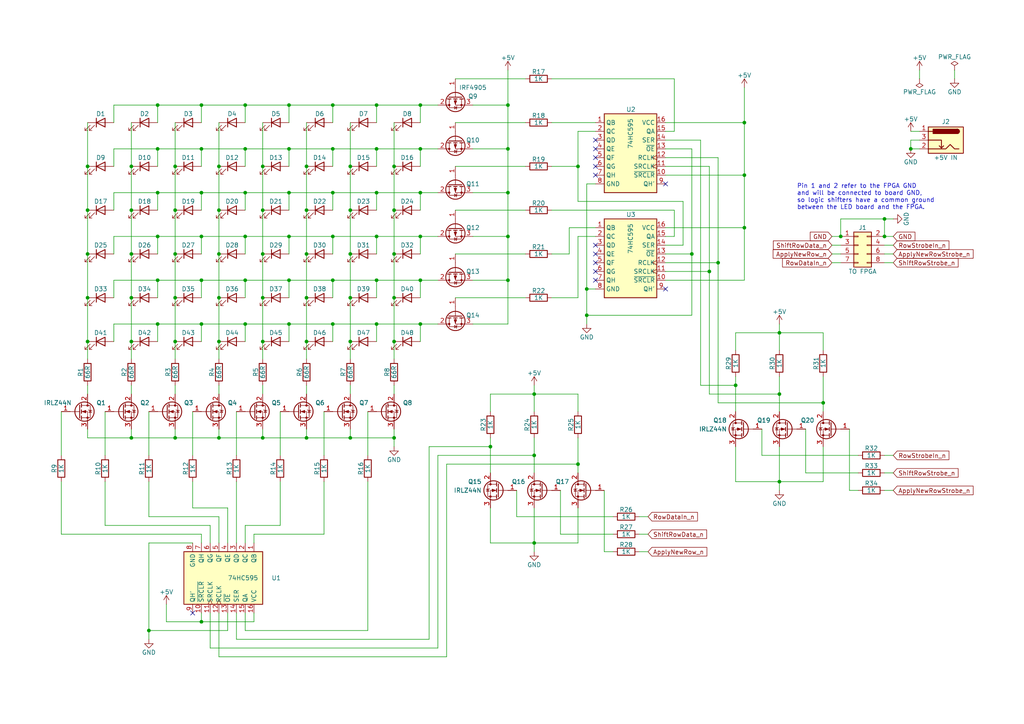
<source format=kicad_sch>
(kicad_sch (version 20231120) (generator "eeschema") (generator_version "8.0")
  (paper "A4")
  (title_block (title "Small LED Board v1"))
  (lib_symbols
    (symbol "74xx:74HC595"
      (property "Reference" "U1" (at -1.27 13.97 90))
      (property "Value" "74HC595" (at 0 2.54 90))
      (symbol "74HC595_1_0"
        (pin tri_state line (at -10.16 10.16 0) (length 2.54) (name "QB") (number "1"))
        (pin input line (at 10.16 -5.08 180) (length 2.54) (name "~{SRCLR}") (number "10"))
        (pin input clock (at 10.16 -2.54 180) (length 2.54) (name "SRCLK") (number "11"))
        (pin input clock (at 10.16 0 180) (length 2.54) (name "RCLK") (number "12"))
        (pin input line (at 10.16 2.54 180) (length 2.54) (name "~{OE}") (number "13"))
        (pin input line (at 10.16 5.08 180) (length 2.54) (name "SER") (number "14"))
        (pin tri_state line (at 10.16 7.62 180) (length 2.54) (name "QA") (number "15"))
        (pin power_in line (at 10.16 10.16 180) (length 2.54) (name "VCC") (number "16"))
        (pin tri_state line (at -10.16 7.62 0) (length 2.54) (name "QC") (number "2"))
        (pin tri_state line (at -10.16 5.08 0) (length 2.54) (name "QD") (number "3"))
        (pin tri_state line (at -10.16 2.54 0) (length 2.54) (name "QE") (number "4"))
        (pin tri_state line (at -10.16 0 0) (length 2.54) (name "QF") (number "5"))
        (pin tri_state line (at -10.16 -2.54 0) (length 2.54) (name "QG") (number "6"))
        (pin tri_state line (at -10.16 -5.08 0) (length 2.54) (name "QH") (number "7"))
        (pin power_in line (at -10.16 -7.62 0) (length 2.54) (name "GND") (number "8"))
        (pin output line (at 10.16 -7.62 180) (length 2.54) (name "QH'") (number "9"))
      )
    )
    (symbol "Connector:Barrel_Jack_Switch" (pin_names hide)
      (property "Reference" "J" (at 0 5.334 0))
      (property "Value" "Barrel_Jack_Switch" (at 0 -5.08 0))
      (symbol "Barrel_Jack_Switch_1_1"
        (pin passive line (at 7.62 2.54 180) (length 2.54) (name "~") (number "1"))
        (pin passive line (at 7.62 -2.54 180) (length 2.54) (name "~") (number "2"))
        (pin passive line (at 7.62 0 180) (length 2.54) (name "~") (number "3"))
      )
    )
    (symbol "Connector_Generic:Conn_02x04_Odd_Even" (pin_names (offset 1.016) hide)
      (property "Reference" "J" (at 1.27 5.08 0))
      (property "Value" "Conn_02x04_Odd_Even" (at 1.27 -7.62 0))
      (symbol "Conn_02x04_Odd_Even_1_1"
        (pin passive line (at -5.08 2.54 0) (length 3.81) (name "Pin_1") (number "1"))
        (pin passive line (at 7.62 2.54 180) (length 3.81) (name "Pin_2") (number "2"))
        (pin passive line (at -5.08 0 0) (length 3.81) (name "Pin_3") (number "3"))
        (pin passive line (at 7.62 0 180) (length 3.81) (name "Pin_4") (number "4"))
        (pin passive line (at -5.08 -2.54 0) (length 3.81) (name "Pin_5") (number "5"))
        (pin passive line (at 7.62 -2.54 180) (length 3.81) (name "Pin_6") (number "6"))
        (pin passive line (at -5.08 -5.08 0) (length 3.81) (name "Pin_7") (number "7"))
        (pin passive line (at 7.62 -5.08 180) (length 3.81) (name "Pin_8") (number "8"))
      )
    )
    (symbol "Device:LED" (pin_numbers hide) (pin_names (offset 1.016) hide)
      (property "Reference" "D" (at 0 2.54 0))
      (property "Value" "LED" (at 0 -2.54 0))
      (symbol "LED_1_1"
        (pin passive line (at -3.81 0 0) (length 2.54) (name "K") (number "1"))
        (pin passive line (at 3.81 0 180) (length 2.54) (name "A") (number "2"))
      )
    )
    (symbol "Device:R" (pin_numbers hide) (pin_names (offset 0))
      (property "Reference" "R" (at 2.032 0 90))
      (property "Value" "R" (at 0 0 90))
      (symbol "R_1_1"
        (pin passive line (at 0 3.81 270) (length 1.27) (name "~") (number "1"))
        (pin passive line (at 0 -3.81 90) (length 1.27) (name "~") (number "2"))
      )
    )
    (symbol "Transistor_FET:IRF4905" (pin_names hide)
      (property "Reference" "Q" (at 5.08 1.905 0))
      (property "Value" "IRF4905" (at 5.08 0 0))
      (symbol "IRF4905_1_1"
        (pin input line (at -5.08 0 0) (length 2.54) (name "G") (number "1"))
        (pin passive line (at 2.54 5.08 270) (length 2.54) (name "D") (number "2"))
        (pin passive line (at 2.54 -5.08 90) (length 2.54) (name "S") (number "3"))
      )
    )
    (symbol "Transistor_FET:IRLZ44N" (pin_names hide)
      (property "Reference" "Q" (at 6.35 1.905 0))
      (property "Value" "IRLZ44N" (at 6.35 0 0))
      (symbol "IRLZ44N_1_1"
        (pin input line (at -5.08 0 0) (length 2.54) (name "G") (number "1"))
        (pin passive line (at 2.54 5.08 270) (length 2.54) (name "D") (number "2"))
        (pin passive line (at 2.54 -5.08 90) (length 2.54) (name "S") (number "3"))
      )
    )
    (symbol "power:+5V" (power) (pin_names (offset 0))
      (property "Value" "+5V" (at 0 3.556 0))
      (symbol "+5V_1_1"
        (pin power_in line (at 0 0 90) (length 0) hide (name "+5V") (number "1"))
      )
    )
    (symbol "power:GND" (power) (pin_names (offset 0))
      (property "Value" "GND" (at 0 -3.81 0))
      (symbol "GND_1_1"
        (pin power_in line (at 0 0 270) (length 0) hide (name "GND") (number "1"))
      )
    )
    (symbol "power:PWR_FLAG" (power) (pin_numbers hide) (pin_names (offset 0) hide)
      (property "Value" "PWR_FLAG" (at 0 3.81 0))
      (symbol "PWR_FLAG_0_0"
        (pin power_out line (at 0 0 90) (length 0) (name "pwr") (number "1"))
      )
    )
  )
  (junction (at 63.5 48.26))
  (junction (at 109.22 55.88))
  (junction (at 58.42 55.88))
  (junction (at 45.72 68.58))
  (junction (at 71.12 43.18))
  (junction (at 226.06 139.7))
  (junction (at 50.8 73.66))
  (junction (at 114.3 99.06))
  (junction (at 38.1 86.36))
  (junction (at 167.64 48.26))
  (junction (at 83.82 93.98))
  (junction (at 45.72 93.98))
  (junction (at 88.9 60.96))
  (junction (at 50.8 60.96))
  (junction (at 38.1 73.66))
  (junction (at 63.5 73.66))
  (junction (at 58.42 81.28))
  (junction (at 76.2 99.06))
  (junction (at 96.52 81.28))
  (junction (at 83.82 43.18))
  (junction (at 50.8 99.06))
  (junction (at 215.9 50.8))
  (junction (at 71.12 55.88))
  (junction (at 63.5 86.36))
  (junction (at 167.64 134.62))
  (junction (at 121.92 55.88))
  (junction (at 226.06 96.52))
  (junction (at 88.9 86.36))
  (junction (at 88.9 127))
  (junction (at 71.12 68.58))
  (junction (at 58.42 30.48))
  (junction (at 38.1 60.96))
  (junction (at 45.72 81.28))
  (junction (at 71.12 30.48))
  (junction (at 96.52 43.18))
  (junction (at 147.32 68.58))
  (junction (at 147.32 43.18))
  (junction (at 109.22 43.18))
  (junction (at 114.3 86.36))
  (junction (at 170.18 91.44))
  (junction (at 154.94 114.3))
  (junction (at 25.4 86.36))
  (junction (at 50.8 48.26))
  (junction (at 109.22 30.48))
  (junction (at 208.28 76.2))
  (junction (at 83.82 55.88))
  (junction (at 109.22 68.58))
  (junction (at 83.82 30.48))
  (junction (at 71.12 81.28))
  (junction (at 109.22 93.98))
  (junction (at 63.5 60.96))
  (junction (at 256.54 68.58))
  (junction (at 88.9 48.26))
  (junction (at 238.76 116.84))
  (junction (at 50.8 127))
  (junction (at 96.52 68.58))
  (junction (at 121.92 43.18))
  (junction (at 96.52 55.88))
  (junction (at 114.3 48.26))
  (junction (at 101.6 73.66))
  (junction (at 226.06 114.3))
  (junction (at 76.2 127))
  (junction (at 63.5 99.06))
  (junction (at 101.6 48.26))
  (junction (at 256.54 63.5))
  (junction (at 38.1 127))
  (junction (at 38.1 48.26))
  (junction (at 58.42 68.58))
  (junction (at 83.82 68.58))
  (junction (at 101.6 60.96))
  (junction (at 50.8 86.36))
  (junction (at 264.16 43.18))
  (junction (at 76.2 86.36))
  (junction (at 142.24 129.54))
  (junction (at 243.84 68.58))
  (junction (at 43.18 182.88))
  (junction (at 25.4 60.96))
  (junction (at 121.92 30.48))
  (junction (at 154.94 157.48))
  (junction (at 147.32 81.28))
  (junction (at 121.92 68.58))
  (junction (at 76.2 60.96))
  (junction (at 101.6 127))
  (junction (at 88.9 73.66))
  (junction (at 114.3 60.96))
  (junction (at 215.9 35.56))
  (junction (at 101.6 86.36))
  (junction (at 101.6 99.06))
  (junction (at 121.92 93.98))
  (junction (at 154.94 132.08))
  (junction (at 71.12 93.98))
  (junction (at 45.72 43.18))
  (junction (at 215.9 66.04))
  (junction (at 96.52 93.98))
  (junction (at 170.18 83.82))
  (junction (at 38.1 99.06))
  (junction (at 45.72 30.48))
  (junction (at 58.42 93.98))
  (junction (at 58.42 43.18))
  (junction (at 63.5 127))
  (junction (at 147.32 55.88))
  (junction (at 109.22 81.28))
  (junction (at 114.3 127))
  (junction (at 25.4 73.66))
  (junction (at 58.42 180.34))
  (junction (at 205.74 78.74))
  (junction (at 114.3 73.66))
  (junction (at 88.9 99.06))
  (junction (at 96.52 30.48))
  (junction (at 25.4 48.26))
  (junction (at 45.72 55.88))
  (junction (at 121.92 81.28))
  (junction (at 213.36 111.76))
  (junction (at 76.2 73.66))
  (junction (at 147.32 30.48))
  (junction (at 25.4 99.06))
  (junction (at 200.66 73.66))
  (junction (at 83.82 81.28))
  (junction (at 76.2 48.26))
  (no_connect (at 193.04 53.34))
  (no_connect (at 172.72 45.72))
  (no_connect (at 172.72 73.66))
  (no_connect (at 172.72 81.28))
  (no_connect (at 172.72 48.26))
  (no_connect (at 172.72 76.2))
  (no_connect (at 193.04 83.82))
  (no_connect (at 172.72 78.74))
  (no_connect (at 172.72 40.64))
  (no_connect (at 172.72 43.18))
  (no_connect (at 172.72 71.12))
  (no_connect (at 172.72 50.8))
  (no_connect (at 55.88 177.8))
  (wire (pts (xy 83.82 55.88) (xy 96.52 55.88)))
  (wire (pts (xy 238.76 96.52) (xy 238.76 101.6)))
  (wire (pts (xy 109.22 86.36) (xy 109.22 81.28)))
  (wire (pts (xy 83.82 30.48) (xy 96.52 30.48)))
  (wire (pts (xy 246.38 124.46) (xy 246.38 142.24)))
  (wire (pts (xy 38.1 73.66) (xy 38.1 86.36)))
  (wire (pts (xy 25.4 48.26) (xy 25.4 60.96)))
  (wire (pts (xy 167.64 157.48) (xy 167.64 147.32)))
  (wire (pts (xy 96.52 81.28) (xy 109.22 81.28)))
  (wire (pts (xy 195.58 22.86) (xy 195.58 38.1)))
  (wire (pts (xy 38.1 35.56) (xy 38.1 48.26)))
  (wire (pts (xy 142.24 114.3) (xy 154.94 114.3)))
  (wire (pts (xy 109.22 55.88) (xy 121.92 55.88)))
  (wire (pts (xy 205.74 78.74) (xy 205.74 114.3)))
  (wire (pts (xy 154.94 132.08) (xy 154.94 137.16)))
  (wire (pts (xy 83.82 86.36) (xy 83.82 81.28)))
  (wire (pts (xy 63.5 35.56) (xy 63.5 48.26)))
  (wire (pts (xy 137.16 81.28) (xy 147.32 81.28)))
  (wire (pts (xy 38.1 48.26) (xy 38.1 60.96)))
  (wire (pts (xy 193.04 45.72) (xy 208.28 45.72)))
  (wire (pts (xy 76.2 99.06) (xy 76.2 104.14)))
  (wire (pts (xy 71.12 68.58) (xy 83.82 68.58)))
  (wire (pts (xy 71.12 60.96) (xy 71.12 55.88)))
  (wire (pts (xy 68.58 177.8) (xy 68.58 185.42)))
  (wire (pts (xy 71.12 81.28) (xy 83.82 81.28)))
  (wire (pts (xy 63.5 48.26) (xy 63.5 60.96)))
  (wire (pts (xy 38.1 127) (xy 38.1 124.46)))
  (wire (pts (xy 121.92 30.48) (xy 127 30.48)))
  (wire (pts (xy 160.02 22.86) (xy 195.58 22.86)))
  (wire (pts (xy 63.5 190.5) (xy 129.54 190.5)))
  (wire (pts (xy 109.22 35.56) (xy 109.22 30.48)))
  (wire (pts (xy 83.82 48.26) (xy 83.82 43.18)))
  (wire (pts (xy 45.72 86.36) (xy 45.72 81.28)))
  (wire (pts (xy 43.18 149.86) (xy 63.5 149.86)))
  (wire (pts (xy 43.18 119.38) (xy 43.18 132.08)))
  (wire (pts (xy 60.96 152.4) (xy 30.48 152.4)))
  (wire (pts (xy 66.04 177.8) (xy 66.04 182.88)))
  (wire (pts (xy 142.24 119.38) (xy 142.24 114.3)))
  (wire (pts (xy 76.2 73.66) (xy 76.2 86.36)))
  (wire (pts (xy 45.72 68.58) (xy 58.42 68.58)))
  (wire (pts (xy 109.22 68.58) (xy 121.92 68.58)))
  (wire (pts (xy 68.58 119.38) (xy 68.58 132.08)))
  (wire (pts (xy 172.72 53.34) (xy 170.18 53.34)))
  (wire (pts (xy 83.82 35.56) (xy 83.82 30.48)))
  (wire (pts (xy 50.8 86.36) (xy 50.8 99.06)))
  (wire (pts (xy 88.9 127) (xy 88.9 124.46)))
  (wire (pts (xy 83.82 99.06) (xy 83.82 93.98)))
  (wire (pts (xy 30.48 119.38) (xy 30.48 132.08)))
  (wire (pts (xy 121.92 55.88) (xy 127 55.88)))
  (wire (pts (xy 25.4 127) (xy 38.1 127)))
  (wire (pts (xy 109.22 81.28) (xy 121.92 81.28)))
  (wire (pts (xy 121.92 93.98) (xy 127 93.98)))
  (wire (pts (xy 154.94 111.76) (xy 154.94 114.3)))
  (wire (pts (xy 193.04 43.18) (xy 200.66 43.18)))
  (wire (pts (xy 50.8 60.96) (xy 50.8 73.66)))
  (wire (pts (xy 58.42 73.66) (xy 58.42 68.58)))
  (wire (pts (xy 198.12 58.42) (xy 167.64 58.42)))
  (wire (pts (xy 33.02 60.96) (xy 33.02 55.88)))
  (wire (pts (xy 165.1 66.04) (xy 165.1 73.66)))
  (wire (pts (xy 73.66 154.94) (xy 93.98 154.94)))
  (wire (pts (xy 81.28 139.7) (xy 81.28 152.4)))
  (wire (pts (xy 162.56 154.94) (xy 177.8 154.94)))
  (wire (pts (xy 167.64 127) (xy 167.64 134.62)))
  (wire (pts (xy 50.8 111.76) (xy 50.8 114.3)))
  (wire (pts (xy 170.18 83.82) (xy 172.72 83.82)))
  (wire (pts (xy 208.28 116.84) (xy 238.76 116.84)))
  (wire (pts (xy 147.32 93.98) (xy 147.32 81.28)))
  (wire (pts (xy 147.32 68.58) (xy 147.32 55.88)))
  (wire (pts (xy 25.4 73.66) (xy 25.4 86.36)))
  (wire (pts (xy 124.46 129.54) (xy 142.24 129.54)))
  (wire (pts (xy 50.8 48.26) (xy 50.8 60.96)))
  (wire (pts (xy 193.04 78.74) (xy 205.74 78.74)))
  (wire (pts (xy 96.52 68.58) (xy 109.22 68.58)))
  (wire (pts (xy 226.06 139.7) (xy 238.76 139.7)))
  (wire (pts (xy 154.94 157.48) (xy 167.64 157.48)))
  (wire (pts (xy 71.12 99.06) (xy 71.12 93.98)))
  (wire (pts (xy 193.04 48.26) (xy 205.74 48.26)))
  (wire (pts (xy 43.18 182.88) (xy 43.18 185.42)))
  (wire (pts (xy 50.8 99.06) (xy 50.8 104.14)))
  (wire (pts (xy 276.86 22.86) (xy 276.86 20.32)))
  (wire (pts (xy 200.66 73.66) (xy 200.66 91.44)))
  (wire (pts (xy 101.6 35.56) (xy 101.6 48.26)))
  (wire (pts (xy 76.2 60.96) (xy 76.2 73.66)))
  (wire (pts (xy 160.02 35.56) (xy 172.72 35.56)))
  (wire (pts (xy 71.12 152.4) (xy 81.28 152.4)))
  (wire (pts (xy 121.92 60.96) (xy 121.92 55.88)))
  (wire (pts (xy 83.82 60.96) (xy 83.82 55.88)))
  (wire (pts (xy 48.26 175.26) (xy 48.26 180.34)))
  (wire (pts (xy 203.2 111.76) (xy 213.36 111.76)))
  (wire (pts (xy 48.26 180.34) (xy 58.42 180.34)))
  (wire (pts (xy 137.16 30.48) (xy 147.32 30.48)))
  (wire (pts (xy 213.36 96.52) (xy 226.06 96.52)))
  (wire (pts (xy 101.6 111.76) (xy 101.6 114.3)))
  (wire (pts (xy 17.78 154.94) (xy 58.42 154.94)))
  (wire (pts (xy 96.52 30.48) (xy 109.22 30.48)))
  (wire (pts (xy 58.42 68.58) (xy 71.12 68.58)))
  (wire (pts (xy 83.82 43.18) (xy 96.52 43.18)))
  (wire (pts (xy 167.64 114.3) (xy 167.64 119.38)))
  (wire (pts (xy 137.16 68.58) (xy 147.32 68.58)))
  (wire (pts (xy 63.5 60.96) (xy 63.5 73.66)))
  (wire (pts (xy 121.92 99.06) (xy 121.92 93.98)))
  (wire (pts (xy 193.04 71.12) (xy 198.12 71.12)))
  (wire (pts (xy 193.04 76.2) (xy 208.28 76.2)))
  (wire (pts (xy 45.72 55.88) (xy 58.42 55.88)))
  (wire (pts (xy 101.6 99.06) (xy 101.6 104.14)))
  (wire (pts (xy 71.12 55.88) (xy 83.82 55.88)))
  (wire (pts (xy 193.04 73.66) (xy 200.66 73.66)))
  (wire (pts (xy 101.6 127) (xy 114.3 127)))
  (wire (pts (xy 45.72 48.26) (xy 45.72 43.18)))
  (wire (pts (xy 33.02 30.48) (xy 45.72 30.48)))
  (wire (pts (xy 43.18 182.88) (xy 66.04 182.88)))
  (wire (pts (xy 76.2 127) (xy 76.2 124.46)))
  (wire (pts (xy 76.2 127) (xy 88.9 127)))
  (wire (pts (xy 114.3 73.66) (xy 114.3 86.36)))
  (wire (pts (xy 43.18 139.7) (xy 43.18 149.86)))
  (wire (pts (xy 172.72 66.04) (xy 165.1 66.04)))
  (wire (pts (xy 167.64 134.62) (xy 167.64 137.16)))
  (wire (pts (xy 71.12 43.18) (xy 83.82 43.18)))
  (wire (pts (xy 25.4 99.06) (xy 25.4 104.14)))
  (wire (pts (xy 114.3 127) (xy 114.3 129.54)))
  (wire (pts (xy 106.68 182.88) (xy 71.12 182.88)))
  (wire (pts (xy 50.8 127) (xy 50.8 124.46)))
  (wire (pts (xy 88.9 48.26) (xy 88.9 60.96)))
  (wire (pts (xy 88.9 111.76) (xy 88.9 114.3)))
  (wire (pts (xy 96.52 86.36) (xy 96.52 81.28)))
  (wire (pts (xy 213.36 139.7) (xy 213.36 129.54)))
  (wire (pts (xy 71.12 48.26) (xy 71.12 43.18)))
  (wire (pts (xy 96.52 35.56) (xy 96.52 30.48)))
  (wire (pts (xy 73.66 157.48) (xy 73.66 154.94)))
  (wire (pts (xy 208.28 76.2) (xy 208.28 116.84)))
  (wire (pts (xy 129.54 134.62) (xy 167.64 134.62)))
  (wire (pts (xy 63.5 127) (xy 76.2 127)))
  (wire (pts (xy 266.7 40.64) (xy 264.16 40.64)))
  (wire (pts (xy 63.5 86.36) (xy 63.5 99.06)))
  (wire (pts (xy 66.04 147.32) (xy 55.88 147.32)))
  (wire (pts (xy 68.58 139.7) (xy 68.58 157.48)))
  (wire (pts (xy 238.76 116.84) (xy 238.76 119.38)))
  (wire (pts (xy 147.32 55.88) (xy 147.32 43.18)))
  (wire (pts (xy 96.52 99.06) (xy 96.52 93.98)))
  (wire (pts (xy 266.7 38.1) (xy 264.16 38.1)))
  (wire (pts (xy 50.8 73.66) (xy 50.8 86.36)))
  (wire (pts (xy 154.94 114.3) (xy 154.94 119.38)))
  (wire (pts (xy 60.96 187.96) (xy 127 187.96)))
  (wire (pts (xy 167.64 68.58) (xy 167.64 86.36)))
  (wire (pts (xy 154.94 147.32) (xy 154.94 157.48)))
  (wire (pts (xy 17.78 139.7) (xy 17.78 154.94)))
  (wire (pts (xy 226.06 129.54) (xy 226.06 139.7)))
  (wire (pts (xy 58.42 93.98) (xy 71.12 93.98)))
  (wire (pts (xy 132.08 35.56) (xy 152.4 35.56)))
  (wire (pts (xy 43.18 157.48) (xy 43.18 182.88)))
  (wire (pts (xy 162.56 142.24) (xy 162.56 154.94)))
  (wire (pts (xy 101.6 73.66) (xy 101.6 86.36)))
  (wire (pts (xy 63.5 149.86) (xy 63.5 157.48)))
  (wire (pts (xy 88.9 73.66) (xy 88.9 86.36)))
  (wire (pts (xy 76.2 86.36) (xy 76.2 99.06)))
  (wire (pts (xy 215.9 81.28) (xy 215.9 66.04)))
  (wire (pts (xy 142.24 129.54) (xy 142.24 137.16)))
  (wire (pts (xy 264.16 40.64) (xy 264.16 43.18)))
  (wire (pts (xy 172.72 38.1) (xy 167.64 38.1)))
  (wire (pts (xy 121.92 35.56) (xy 121.92 30.48)))
  (wire (pts (xy 215.9 50.8) (xy 215.9 66.04)))
  (wire (pts (xy 71.12 86.36) (xy 71.12 81.28)))
  (wire (pts (xy 68.58 185.42) (xy 124.46 185.42)))
  (wire (pts (xy 33.02 73.66) (xy 33.02 68.58)))
  (wire (pts (xy 114.3 99.06) (xy 114.3 104.14)))
  (wire (pts (xy 106.68 119.38) (xy 106.68 132.08)))
  (wire (pts (xy 154.94 157.48) (xy 142.24 157.48)))
  (wire (pts (xy 147.32 81.28) (xy 147.32 68.58)))
  (wire (pts (xy 170.18 53.34) (xy 170.18 83.82)))
  (wire (pts (xy 76.2 111.76) (xy 76.2 114.3)))
  (wire (pts (xy 58.42 35.56) (xy 58.42 30.48)))
  (wire (pts (xy 71.12 93.98) (xy 83.82 93.98)))
  (wire (pts (xy 101.6 86.36) (xy 101.6 99.06)))
  (wire (pts (xy 154.94 127) (xy 154.94 132.08)))
  (wire (pts (xy 38.1 60.96) (xy 38.1 73.66)))
  (wire (pts (xy 58.42 81.28) (xy 71.12 81.28)))
  (wire (pts (xy 226.06 96.52) (xy 238.76 96.52)))
  (wire (pts (xy 33.02 48.26) (xy 33.02 43.18)))
  (wire (pts (xy 71.12 35.56) (xy 71.12 30.48)))
  (wire (pts (xy 33.02 43.18) (xy 45.72 43.18)))
  (wire (pts (xy 238.76 109.22) (xy 238.76 116.84)))
  (wire (pts (xy 33.02 99.06) (xy 33.02 93.98)))
  (wire (pts (xy 226.06 139.7) (xy 226.06 142.24)))
  (wire (pts (xy 256.54 132.08) (xy 259.08 132.08)))
  (wire (pts (xy 33.02 68.58) (xy 45.72 68.58)))
  (wire (pts (xy 198.12 58.42) (xy 198.12 71.12)))
  (wire (pts (xy 38.1 99.06) (xy 38.1 104.14)))
  (wire (pts (xy 58.42 180.34) (xy 73.66 180.34)))
  (wire (pts (xy 43.18 157.48) (xy 55.88 157.48)))
  (wire (pts (xy 226.06 139.7) (xy 213.36 139.7)))
  (wire (pts (xy 63.5 111.76) (xy 63.5 114.3)))
  (wire (pts (xy 256.54 76.2) (xy 259.08 76.2)))
  (wire (pts (xy 241.3 68.58) (xy 243.84 68.58)))
  (wire (pts (xy 96.52 48.26) (xy 96.52 43.18)))
  (wire (pts (xy 193.04 81.28) (xy 215.9 81.28)))
  (wire (pts (xy 266.7 22.86) (xy 266.7 20.32)))
  (wire (pts (xy 193.04 50.8) (xy 215.9 50.8)))
  (wire (pts (xy 55.88 119.38) (xy 55.88 132.08)))
  (wire (pts (xy 215.9 25.4) (xy 215.9 35.56)))
  (wire (pts (xy 63.5 73.66) (xy 63.5 86.36)))
  (wire (pts (xy 121.92 73.66) (xy 121.92 68.58)))
  (wire (pts (xy 50.8 127) (xy 63.5 127)))
  (wire (pts (xy 147.32 43.18) (xy 147.32 30.48)))
  (wire (pts (xy 226.06 109.22) (xy 226.06 114.3)))
  (wire (pts (xy 45.72 93.98) (xy 58.42 93.98)))
  (wire (pts (xy 246.38 142.24) (xy 248.92 142.24)))
  (wire (pts (xy 106.68 139.7) (xy 106.68 182.88)))
  (wire (pts (xy 114.3 48.26) (xy 114.3 60.96)))
  (wire (pts (xy 215.9 35.56) (xy 215.9 50.8)))
  (wire (pts (xy 256.54 68.58) (xy 259.08 68.58)))
  (wire (pts (xy 200.66 91.44) (xy 170.18 91.44)))
  (wire (pts (xy 96.52 43.18) (xy 109.22 43.18)))
  (wire (pts (xy 142.24 157.48) (xy 142.24 147.32)))
  (wire (pts (xy 60.96 157.48) (xy 60.96 152.4)))
  (wire (pts (xy 193.04 35.56) (xy 215.9 35.56)))
  (wire (pts (xy 30.48 139.7) (xy 30.48 152.4)))
  (wire (pts (xy 256.54 63.5) (xy 256.54 68.58)))
  (wire (pts (xy 208.28 45.72) (xy 208.28 76.2)))
  (wire (pts (xy 58.42 30.48) (xy 71.12 30.48)))
  (wire (pts (xy 38.1 127) (xy 50.8 127)))
  (wire (pts (xy 233.68 124.46) (xy 233.68 137.16)))
  (wire (pts (xy 25.4 35.56) (xy 25.4 48.26)))
  (wire (pts (xy 154.94 157.48) (xy 154.94 160.02)))
  (wire (pts (xy 114.3 111.76) (xy 114.3 114.3)))
  (wire (pts (xy 127 132.08) (xy 154.94 132.08)))
  (wire (pts (xy 243.84 63.5) (xy 243.84 68.58)))
  (wire (pts (xy 241.3 73.66) (xy 243.84 73.66)))
  (wire (pts (xy 25.4 127) (xy 25.4 124.46)))
  (wire (pts (xy 38.1 86.36) (xy 38.1 99.06)))
  (wire (pts (xy 55.88 139.7) (xy 55.88 147.32)))
  (wire (pts (xy 71.12 157.48) (xy 71.12 152.4)))
  (wire (pts (xy 241.3 71.12) (xy 243.84 71.12)))
  (wire (pts (xy 25.4 60.96) (xy 25.4 73.66)))
  (wire (pts (xy 96.52 60.96) (xy 96.52 55.88)))
  (wire (pts (xy 109.22 73.66) (xy 109.22 68.58)))
  (wire (pts (xy 109.22 99.06) (xy 109.22 93.98)))
  (wire (pts (xy 76.2 48.26) (xy 76.2 60.96)))
  (wire (pts (xy 58.42 55.88) (xy 71.12 55.88)))
  (wire (pts (xy 132.08 22.86) (xy 152.4 22.86)))
  (wire (pts (xy 83.82 68.58) (xy 96.52 68.58)))
  (wire (pts (xy 142.24 127) (xy 142.24 129.54)))
  (wire (pts (xy 256.54 71.12) (xy 259.08 71.12)))
  (wire (pts (xy 33.02 86.36) (xy 33.02 81.28)))
  (wire (pts (xy 238.76 139.7) (xy 238.76 129.54)))
  (wire (pts (xy 96.52 73.66) (xy 96.52 68.58)))
  (wire (pts (xy 256.54 137.16) (xy 259.08 137.16)))
  (wire (pts (xy 195.58 68.58) (xy 195.58 60.96)))
  (wire (pts (xy 200.66 73.66) (xy 200.66 43.18)))
  (wire (pts (xy 121.92 43.18) (xy 121.92 48.26)))
  (wire (pts (xy 58.42 177.8) (xy 58.42 180.34)))
  (wire (pts (xy 45.72 35.56) (xy 45.72 30.48)))
  (wire (pts (xy 63.5 99.06) (xy 63.5 104.14)))
  (wire (pts (xy 220.98 132.08) (xy 248.92 132.08)))
  (wire (pts (xy 172.72 68.58) (xy 167.64 68.58)))
  (wire (pts (xy 60.96 177.8) (xy 60.96 187.96)))
  (wire (pts (xy 121.92 43.18) (xy 127 43.18)))
  (wire (pts (xy 127 187.96) (xy 127 132.08)))
  (wire (pts (xy 63.5 127) (xy 63.5 124.46)))
  (wire (pts (xy 114.3 86.36) (xy 114.3 99.06)))
  (wire (pts (xy 132.08 86.36) (xy 152.4 86.36)))
  (wire (pts (xy 215.9 66.04) (xy 193.04 66.04)))
  (wire (pts (xy 109.22 60.96) (xy 109.22 55.88)))
  (wire (pts (xy 154.94 114.3) (xy 167.64 114.3)))
  (wire (pts (xy 58.42 60.96) (xy 58.42 55.88)))
  (wire (pts (xy 33.02 55.88) (xy 45.72 55.88)))
  (wire (pts (xy 81.28 119.38) (xy 81.28 132.08)))
  (wire (pts (xy 185.42 160.02) (xy 187.96 160.02)))
  (wire (pts (xy 193.04 40.64) (xy 203.2 40.64)))
  (wire (pts (xy 58.42 86.36) (xy 58.42 81.28)))
  (wire (pts (xy 137.16 55.88) (xy 147.32 55.88)))
  (wire (pts (xy 96.52 55.88) (xy 109.22 55.88)))
  (wire (pts (xy 45.72 60.96) (xy 45.72 55.88)))
  (wire (pts (xy 45.72 73.66) (xy 45.72 68.58)))
  (wire (pts (xy 205.74 114.3) (xy 226.06 114.3)))
  (wire (pts (xy 109.22 30.48) (xy 121.92 30.48)))
  (wire (pts (xy 96.52 93.98) (xy 109.22 93.98)))
  (wire (pts (xy 25.4 86.36) (xy 25.4 99.06)))
  (wire (pts (xy 167.64 86.36) (xy 160.02 86.36)))
  (wire (pts (xy 137.16 43.18) (xy 147.32 43.18)))
  (wire (pts (xy 121.92 81.28) (xy 127 81.28)))
  (wire (pts (xy 93.98 119.38) (xy 93.98 132.08)))
  (wire (pts (xy 132.08 48.26) (xy 152.4 48.26)))
  (wire (pts (xy 175.26 142.24) (xy 175.26 160.02)))
  (wire (pts (xy 233.68 137.16) (xy 248.92 137.16)))
  (wire (pts (xy 167.64 38.1) (xy 167.64 48.26)))
  (wire (pts (xy 266.7 43.18) (xy 264.16 43.18)))
  (wire (pts (xy 114.3 124.46) (xy 114.3 127)))
  (wire (pts (xy 17.78 119.38) (xy 17.78 132.08)))
  (wire (pts (xy 137.16 93.98) (xy 147.32 93.98)))
  (wire (pts (xy 121.92 68.58) (xy 127 68.58)))
  (wire (pts (xy 226.06 96.52) (xy 226.06 101.6)))
  (wire (pts (xy 129.54 190.5) (xy 129.54 134.62)))
  (wire (pts (xy 193.04 68.58) (xy 195.58 68.58)))
  (wire (pts (xy 203.2 40.64) (xy 203.2 111.76)))
  (wire (pts (xy 71.12 30.48) (xy 83.82 30.48)))
  (wire (pts (xy 45.72 99.06) (xy 45.72 93.98)))
  (wire (pts (xy 226.06 114.3) (xy 226.06 119.38)))
  (wire (pts (xy 50.8 35.56) (xy 50.8 48.26)))
  (wire (pts (xy 213.36 111.76) (xy 213.36 119.38)))
  (wire (pts (xy 58.42 48.26) (xy 58.42 43.18)))
  (wire (pts (xy 149.86 149.86) (xy 177.8 149.86)))
  (wire (pts (xy 83.82 73.66) (xy 83.82 68.58)))
  (wire (pts (xy 213.36 109.22) (xy 213.36 111.76)))
  (wire (pts (xy 195.58 38.1) (xy 193.04 38.1)))
  (wire (pts (xy 58.42 99.06) (xy 58.42 93.98)))
  (wire (pts (xy 132.08 73.66) (xy 152.4 73.66)))
  (wire (pts (xy 259.08 63.5) (xy 256.54 63.5)))
  (wire (pts (xy 160.02 73.66) (xy 165.1 73.66)))
  (wire (pts (xy 256.54 142.24) (xy 259.08 142.24)))
  (wire (pts (xy 38.1 111.76) (xy 38.1 114.3)))
  (wire (pts (xy 205.74 48.26) (xy 205.74 78.74)))
  (wire (pts (xy 149.86 142.24) (xy 149.86 149.86)))
  (wire (pts (xy 167.64 58.42) (xy 167.64 48.26)))
  (wire (pts (xy 160.02 60.96) (xy 195.58 60.96)))
  (wire (pts (xy 71.12 182.88) (xy 71.12 177.8)))
  (wire (pts (xy 114.3 35.56) (xy 114.3 48.26)))
  (wire (pts (xy 88.9 86.36) (xy 88.9 99.06)))
  (wire (pts (xy 76.2 35.56) (xy 76.2 48.26)))
  (wire (pts (xy 109.22 48.26) (xy 109.22 43.18)))
  (wire (pts (xy 33.02 81.28) (xy 45.72 81.28)))
  (wire (pts (xy 45.72 43.18) (xy 58.42 43.18)))
  (wire (pts (xy 114.3 60.96) (xy 114.3 73.66)))
  (wire (pts (xy 88.9 35.56) (xy 88.9 48.26)))
  (wire (pts (xy 160.02 48.26) (xy 167.64 48.26)))
  (wire (pts (xy 185.42 149.86) (xy 187.96 149.86)))
  (wire (pts (xy 33.02 93.98) (xy 45.72 93.98)))
  (wire (pts (xy 93.98 139.7) (xy 93.98 154.94)))
  (wire (pts (xy 58.42 43.18) (xy 71.12 43.18)))
  (wire (pts (xy 33.02 35.56) (xy 33.02 30.48)))
  (wire (pts (xy 66.04 157.48) (xy 66.04 147.32)))
  (wire (pts (xy 121.92 86.36) (xy 121.92 81.28)))
  (wire (pts (xy 88.9 127) (xy 101.6 127)))
  (wire (pts (xy 101.6 127) (xy 101.6 124.46)))
  (wire (pts (xy 109.22 43.18) (xy 121.92 43.18)))
  (wire (pts (xy 185.42 154.94) (xy 187.96 154.94)))
  (wire (pts (xy 170.18 83.82) (xy 170.18 91.44)))
  (wire (pts (xy 147.32 30.48) (xy 147.32 20.32)))
  (wire (pts (xy 213.36 101.6) (xy 213.36 96.52)))
  (wire (pts (xy 88.9 60.96) (xy 88.9 73.66)))
  (wire (pts (xy 88.9 99.06) (xy 88.9 104.14)))
  (wire (pts (xy 256.54 73.66) (xy 259.08 73.66)))
  (wire (pts (xy 220.98 124.46) (xy 220.98 132.08)))
  (wire (pts (xy 58.42 154.94) (xy 58.42 157.48)))
  (wire (pts (xy 175.26 160.02) (xy 177.8 160.02)))
  (wire (pts (xy 83.82 93.98) (xy 96.52 93.98)))
  (wire (pts (xy 45.72 30.48) (xy 58.42 30.48)))
  (wire (pts (xy 256.54 63.5) (xy 243.84 63.5)))
  (wire (pts (xy 241.3 76.2) (xy 243.84 76.2)))
  (wire (pts (xy 83.82 81.28) (xy 96.52 81.28)))
  (wire (pts (xy 109.22 93.98) (xy 121.92 93.98)))
  (wire (pts (xy 101.6 60.96) (xy 101.6 73.66)))
  (wire (pts (xy 132.08 60.96) (xy 152.4 60.96)))
  (wire (pts (xy 71.12 73.66) (xy 71.12 68.58)))
  (wire (pts (xy 73.66 177.8) (xy 73.66 180.34)))
  (wire (pts (xy 45.72 81.28) (xy 58.42 81.28)))
  (wire (pts (xy 226.06 93.98) (xy 226.06 96.52)))
  (wire (pts (xy 170.18 91.44) (xy 170.18 93.98)))
  (wire (pts (xy 124.46 185.42) (xy 124.46 129.54)))
  (wire (pts (xy 25.4 111.76) (xy 25.4 114.3)))
  (wire (pts (xy 63.5 177.8) (xy 63.5 190.5)))
  (wire (pts (xy 101.6 48.26) (xy 101.6 60.96)))
  (text "Pin 1 and 2 refer to the FPGA GND\nand will be connected to board GND,\nso logic shifters have a common ground\nbetween the LED board and the FPGA." (at 231.14 60.96 0) (effects (font (size 1.27 1.27)) (justify left bottom)))
  (global_label "ApplyNewRowStrobe_n" (shape input) (at 259.08 73.66 0) (property "Intersheetrefs" "${INTERSHEET_REFS}" (effects (hide yes))))
  (global_label "ApplyNewRowStrobe_n" (shape input) (at 259.08 142.24 0) (property "Intersheetrefs" "${INTERSHEET_REFS}" (effects (hide yes))))
  (global_label "ShiftRowData_n" (shape input) (at 187.96 154.94 0) (property "Intersheetrefs" "${INTERSHEET_REFS}" (effects (hide yes))))
  (global_label "GND" (shape input) (at 241.3 68.58 180) (property "Intersheetrefs" "${INTERSHEET_REFS}" (effects (hide yes))))
  (global_label "RowDataIn_n" (shape input) (at 187.96 149.86 0) (property "Intersheetrefs" "${INTERSHEET_REFS}" (effects (hide yes))))
  (global_label "GND" (shape input) (at 259.08 68.58 0) (property "Intersheetrefs" "${INTERSHEET_REFS}" (effects (hide yes))))
  (global_label "RowDataIn_n" (shape input) (at 241.3 76.2 180) (property "Intersheetrefs" "${INTERSHEET_REFS}" (effects (hide yes))))
  (global_label "ShiftRowStrobe_n" (shape input) (at 259.08 76.2 0) (property "Intersheetrefs" "${INTERSHEET_REFS}" (effects (hide yes))))
  (global_label "ShiftRowStrobe_n" (shape input) (at 259.08 137.16 0) (property "Intersheetrefs" "${INTERSHEET_REFS}" (effects (hide yes))))
  (global_label "RowStrobeIn_n" (shape input) (at 259.08 132.08 0) (property "Intersheetrefs" "${INTERSHEET_REFS}" (effects (hide yes))))
  (global_label "RowStrobeIn_n" (shape input) (at 259.08 71.12 0) (property "Intersheetrefs" "${INTERSHEET_REFS}" (effects (hide yes))))
  (global_label "ShiftRowData_n" (shape input) (at 241.3 71.12 180) (property "Intersheetrefs" "${INTERSHEET_REFS}" (effects (hide yes))))
  (global_label "ApplyNewRow_n" (shape input) (at 241.3 73.66 180) (property "Intersheetrefs" "${INTERSHEET_REFS}" (effects (hide yes))))
  (global_label "ApplyNewRow_n" (shape input) (at 187.96 160.02 0) (property "Intersheetrefs" "${INTERSHEET_REFS}" (effects (hide yes))))
  (symbol (lib_id "Device:R") (at 213.36 105.41 180) (unit 1)
    (property "Reference" "R29" (at 211.328 105.41 90))
    (property "Value" "1K" (at 213.36 105.41 90))
    (property "Footprint" "Resistor_THT:R_Axial_DIN0207_L6.3mm_D2.5mm_P7.62mm_Horizontal" (effects (hide yes)))
  )
  (symbol (lib_id "Device:R") (at 156.21 35.56 90) (unit 1)
    (property "Reference" "R18" (at 156.21 33.528 90))
    (property "Value" "1K" (at 156.21 35.56 90))
    (property "Footprint" "Resistor_THT:R_Axial_DIN0207_L6.3mm_D2.5mm_P7.62mm_Horizontal" (effects (hide yes)))
  )
  (symbol (lib_id "Transistor_FET:IRLZ44N") (at 170.18 142.24 0) (mirror y) (unit 1)
    (property "Reference" "Q17" (at 165.1 139.7 0) (effects (justify left)))
    (property "Value" "IRLZ44N" (effects (hide yes)))
    (property "Footprint" "Package_TO_SOT_THT:TO-220-3_Vertical" (effects (hide yes)))
    (property "Datasheet" "http://www.irf.com/product-info/datasheets/data/irlz44n.pdf" (effects (hide yes)))
  )
  (symbol (lib_id "Device:LED") (at 105.41 48.26 0) (unit 1)
    (property "Reference" "D15" (at 105.41 45.72 0))
    (property "Value" "LED" (effects (hide yes)))
    (property "Footprint" "LED_THT:LED_D5.0mm" (effects (hide yes)))
  )
  (symbol (lib_id "Transistor_FET:IRF4905") (at 132.08 53.34 90) (mirror x) (unit 1)
    (property "Reference" "Q11" (at 137.16 53.34 90))
    (property "Value" "IRF4905" (effects (hide yes)))
    (property "Footprint" "Package_TO_SOT_THT:TO-220-3_Vertical" (effects (hide yes)))
    (property "Datasheet" "http://www.infineon.com/dgdl/irf4905.pdf?fileId=5546d462533600a4015355e32165197c" (effects (hide yes)))
  )
  (symbol (lib_id "power:GND") (at 43.18 185.42 0) (unit 1)
    (property "Reference" "#PWR02" (effects (hide yes)))
    (property "Value" "GND" (at 43.18 189.23 0))
  )
  (symbol (lib_id "Device:LED") (at 92.71 48.26 0) (unit 1)
    (property "Reference" "D14" (at 92.71 45.72 0))
    (property "Value" "LED" (effects (hide yes)))
    (property "Footprint" "LED_THT:LED_D5.0mm" (effects (hide yes)))
  )
  (symbol (lib_id "Device:R") (at 252.73 137.16 90) (unit 1)
    (property "Reference" "R33" (at 252.73 135.128 90))
    (property "Value" "1K" (at 252.73 137.16 90))
    (property "Footprint" "Resistor_THT:R_Axial_DIN0207_L6.3mm_D2.5mm_P7.62mm_Horizontal" (effects (hide yes)))
  )
  (symbol (lib_id "Device:LED") (at 29.21 86.36 0) (unit 1)
    (property "Reference" "D33" (at 29.21 83.82 0))
    (property "Value" "LED" (effects (hide yes)))
    (property "Footprint" "LED_THT:LED_D5.0mm" (effects (hide yes)))
  )
  (symbol (lib_id "Device:LED") (at 80.01 35.56 0) (unit 1)
    (property "Reference" "D5" (at 80.01 33.02 0))
    (property "Value" "LED" (effects (hide yes)))
    (property "Footprint" "LED_THT:LED_D5.0mm" (effects (hide yes)))
  )
  (symbol (lib_id "Device:LED") (at 67.31 60.96 0) (unit 1)
    (property "Reference" "D20" (at 67.31 58.42 0))
    (property "Value" "LED" (effects (hide yes)))
    (property "Footprint" "LED_THT:LED_D5.0mm" (effects (hide yes)))
  )
  (symbol (lib_id "Device:LED") (at 92.71 99.06 0) (unit 1)
    (property "Reference" "D46" (at 92.71 96.52 0))
    (property "Value" "LED" (effects (hide yes)))
    (property "Footprint" "LED_THT:LED_D5.0mm" (effects (hide yes)))
  )
  (symbol (lib_id "Device:LED") (at 105.41 35.56 0) (unit 1)
    (property "Reference" "D7" (at 105.41 33.02 0))
    (property "Value" "LED" (effects (hide yes)))
    (property "Footprint" "LED_THT:LED_D5.0mm" (effects (hide yes)))
  )
  (symbol (lib_id "power:PWR_FLAG") (at 276.86 20.32 0) (unit 1)
    (property "Reference" "#FLG02" (effects (hide yes)))
    (property "Value" "PWR_FLAG" (at 276.86 16.51 0))
  )
  (symbol (lib_id "Device:R") (at 154.94 123.19 180) (unit 1)
    (property "Reference" "R24" (at 152.908 123.19 90))
    (property "Value" "1K" (at 154.94 123.19 90))
    (property "Footprint" "Resistor_THT:R_Axial_DIN0207_L6.3mm_D2.5mm_P7.62mm_Horizontal" (effects (hide yes)))
  )
  (symbol (lib_id "Device:LED") (at 92.71 86.36 0) (unit 1)
    (property "Reference" "D38" (at 92.71 83.82 0))
    (property "Value" "LED" (effects (hide yes)))
    (property "Footprint" "LED_THT:LED_D5.0mm" (effects (hide yes)))
  )
  (symbol (lib_id "Transistor_FET:IRLZ44N") (at 73.66 119.38 0) (unit 1)
    (property "Reference" "Q5" (at 78.74 116.84 0) (effects (justify left)))
    (property "Value" "IRLZ44N" (effects (hide yes)))
    (property "Footprint" "Package_TO_SOT_THT:TO-220-3_Vertical" (effects (hide yes)))
    (property "Datasheet" "http://www.irf.com/product-info/datasheets/data/irlz44n.pdf" (effects (hide yes)))
  )
  (symbol (lib_id "Device:LED") (at 41.91 48.26 0) (unit 1)
    (property "Reference" "D10" (at 41.91 45.72 0))
    (property "Value" "LED" (effects (hide yes)))
    (property "Footprint" "LED_THT:LED_D5.0mm" (effects (hide yes)))
  )
  (symbol (lib_id "Device:LED") (at 80.01 99.06 0) (unit 1)
    (property "Reference" "D45" (at 80.01 96.52 0))
    (property "Value" "LED" (effects (hide yes)))
    (property "Footprint" "LED_THT:LED_D5.0mm" (effects (hide yes)))
  )
  (symbol (lib_id "Device:LED") (at 54.61 48.26 0) (unit 1)
    (property "Reference" "D11" (at 54.61 45.72 0))
    (property "Value" "LED" (effects (hide yes)))
    (property "Footprint" "LED_THT:LED_D5.0mm" (effects (hide yes)))
  )
  (symbol (lib_id "Device:R") (at 156.21 48.26 90) (unit 1)
    (property "Reference" "R19" (at 156.21 46.228 90))
    (property "Value" "1K" (at 156.21 48.26 90))
    (property "Footprint" "Resistor_THT:R_Axial_DIN0207_L6.3mm_D2.5mm_P7.62mm_Horizontal" (effects (hide yes)))
  )
  (symbol (lib_id "power:+5V") (at 48.26 175.26 0) (unit 1)
    (property "Reference" "#PWR04" (effects (hide yes)))
    (property "Value" "+5V" (at 48.26 171.704 0))
  )
  (symbol (lib_id "Device:LED") (at 118.11 73.66 0) (unit 1)
    (property "Reference" "D32" (at 118.11 71.12 0))
    (property "Value" "LED" (effects (hide yes)))
    (property "Footprint" "LED_THT:LED_D5.0mm" (effects (hide yes)))
  )
  (symbol (lib_id "Transistor_FET:IRLZ44N") (at 86.36 119.38 0) (unit 1)
    (property "Reference" "Q6" (at 91.44 116.84 0) (effects (justify left)))
    (property "Value" "IRLZ44N" (effects (hide yes)))
    (property "Footprint" "Package_TO_SOT_THT:TO-220-3_Vertical" (effects (hide yes)))
    (property "Datasheet" "http://www.irf.com/product-info/datasheets/data/irlz44n.pdf" (effects (hide yes)))
  )
  (symbol (lib_id "Device:R") (at 114.3 107.95 180) (unit 1)
    (property "Reference" "R8" (at 112.268 107.95 90))
    (property "Value" "66R" (at 114.3 107.95 90))
    (property "Footprint" "Resistor_THT:R_Axial_DIN0207_L6.3mm_D2.5mm_P7.62mm_Horizontal" (effects (hide yes)))
  )
  (symbol (lib_id "power:PWR_FLAG") (at 266.7 22.86 180) (unit 1)
    (property "Reference" "#FLG01" (effects (hide yes)))
    (property "Value" "PWR_FLAG" (at 266.7 26.67 0))
  )
  (symbol (lib_id "power:+5V") (at 266.7 20.32 0) (unit 1)
    (property "Reference" "#PWR05" (effects (hide yes)))
    (property "Value" "+5V" (at 266.7 16.764 0))
  )
  (symbol (lib_id "Device:LED") (at 41.91 35.56 0) (unit 1)
    (property "Reference" "D2" (at 41.91 33.02 0))
    (property "Value" "LED" (effects (hide yes)))
    (property "Footprint" "LED_THT:LED_D5.0mm" (effects (hide yes)))
  )
  (symbol (lib_id "power:+5V") (at 226.06 93.98 0) (unit 1)
    (property "Reference" "#PWR010" (effects (hide yes)))
    (property "Value" "+5V" (at 226.06 90.424 0))
  )
  (symbol (lib_id "Device:LED") (at 67.31 99.06 0) (unit 1)
    (property "Reference" "D44" (at 67.31 96.52 0))
    (property "Value" "LED" (effects (hide yes)))
    (property "Footprint" "LED_THT:LED_D5.0mm" (effects (hide yes)))
  )
  (symbol (lib_id "Device:R") (at 142.24 123.19 180) (unit 1)
    (property "Reference" "R23" (at 140.208 123.19 90))
    (property "Value" "1K" (at 142.24 123.19 90))
    (property "Footprint" "Resistor_THT:R_Axial_DIN0207_L6.3mm_D2.5mm_P7.62mm_Horizontal" (effects (hide yes)))
  )
  (symbol (lib_id "Device:R") (at 50.8 107.95 180) (unit 1)
    (property "Reference" "R3" (at 48.768 107.95 90))
    (property "Value" "66R" (at 50.8 107.95 90))
    (property "Footprint" "Resistor_THT:R_Axial_DIN0207_L6.3mm_D2.5mm_P7.62mm_Horizontal" (effects (hide yes)))
  )
  (symbol (lib_id "Device:R") (at 55.88 135.89 180) (unit 1)
    (property "Reference" "R12" (at 53.848 135.89 90))
    (property "Value" "1K" (at 55.88 135.89 90))
    (property "Footprint" "Resistor_THT:R_Axial_DIN0207_L6.3mm_D2.5mm_P7.62mm_Horizontal" (effects (hide yes)))
  )
  (symbol (lib_id "Device:LED") (at 67.31 35.56 0) (unit 1)
    (property "Reference" "D4" (at 67.31 33.02 0))
    (property "Value" "LED" (effects (hide yes)))
    (property "Footprint" "LED_THT:LED_D5.0mm" (effects (hide yes)))
  )
  (symbol (lib_id "Device:R") (at 38.1 107.95 180) (unit 1)
    (property "Reference" "R2" (at 36.068 107.95 90))
    (property "Value" "66R" (at 38.1 107.95 90))
    (property "Footprint" "Resistor_THT:R_Axial_DIN0207_L6.3mm_D2.5mm_P7.62mm_Horizontal" (effects (hide yes)))
  )
  (symbol (lib_id "Transistor_FET:IRLZ44N") (at 60.96 119.38 0) (unit 1)
    (property "Reference" "Q4" (at 66.04 116.84 0) (effects (justify left)))
    (property "Value" "IRLZ44N" (effects (hide yes)))
    (property "Footprint" "Package_TO_SOT_THT:TO-220-3_Vertical" (effects (hide yes)))
    (property "Datasheet" "http://www.irf.com/product-info/datasheets/data/irlz44n.pdf" (effects (hide yes)))
  )
  (symbol (lib_id "Device:LED") (at 67.31 48.26 0) (unit 1)
    (property "Reference" "D12" (at 67.31 45.72 0))
    (property "Value" "LED" (effects (hide yes)))
    (property "Footprint" "LED_THT:LED_D5.0mm" (effects (hide yes)))
  )
  (symbol (lib_id "Transistor_FET:IRF4905") (at 132.08 78.74 90) (mirror x) (unit 1)
    (property "Reference" "Q13" (at 137.16 78.74 90))
    (property "Value" "IRF4905" (effects (hide yes)))
    (property "Footprint" "Package_TO_SOT_THT:TO-220-3_Vertical" (effects (hide yes)))
    (property "Datasheet" "http://www.infineon.com/dgdl/irf4905.pdf?fileId=5546d462533600a4015355e32165197c" (effects (hide yes)))
  )
  (symbol (lib_id "Transistor_FET:IRF4905") (at 132.08 27.94 90) (mirror x) (unit 1)
    (property "Reference" "Q9" (at 137.16 27.94 90))
    (property "Value" "IRF4905" (at 137.16 25.4 90))
    (property "Footprint" "Package_TO_SOT_THT:TO-220-3_Vertical" (effects (hide yes)))
    (property "Datasheet" "http://www.infineon.com/dgdl/irf4905.pdf?fileId=5546d462533600a4015355e32165197c" (effects (hide yes)))
  )
  (symbol (lib_id "Device:R") (at 25.4 107.95 180) (unit 1)
    (property "Reference" "R1" (at 23.368 107.95 90))
    (property "Value" "66R" (at 25.4 107.95 90))
    (property "Footprint" "Resistor_THT:R_Axial_DIN0207_L6.3mm_D2.5mm_P7.62mm_Horizontal" (effects (hide yes)))
  )
  (symbol (lib_id "Device:LED") (at 41.91 99.06 0) (unit 1)
    (property "Reference" "D42" (at 41.91 96.52 0))
    (property "Value" "LED" (effects (hide yes)))
    (property "Footprint" "LED_THT:LED_D5.0mm" (effects (hide yes)))
  )
  (symbol (lib_id "Device:LED") (at 29.21 99.06 0) (unit 1)
    (property "Reference" "D41" (at 29.21 96.52 0))
    (property "Value" "LED" (effects (hide yes)))
    (property "Footprint" "LED_THT:LED_D5.0mm" (effects (hide yes)))
  )
  (symbol (lib_id "Device:LED") (at 92.71 60.96 0) (unit 1)
    (property "Reference" "D22" (at 92.71 58.42 0))
    (property "Value" "LED" (effects (hide yes)))
    (property "Footprint" "LED_THT:LED_D5.0mm" (effects (hide yes)))
  )
  (symbol (lib_id "Device:LED") (at 105.41 73.66 0) (unit 1)
    (property "Reference" "D31" (at 105.41 71.12 0))
    (property "Value" "LED" (effects (hide yes)))
    (property "Footprint" "LED_THT:LED_D5.0mm" (effects (hide yes)))
  )
  (symbol (lib_id "Transistor_FET:IRLZ44N") (at 215.9 124.46 0) (mirror y) (unit 1)
    (property "Reference" "Q18" (at 210.82 121.92 0) (effects (justify left)))
    (property "Value" "IRLZ44N" (at 210.82 124.46 0) (effects (justify left)))
    (property "Footprint" "Package_TO_SOT_THT:TO-220-3_Vertical" (effects (hide yes)))
    (property "Datasheet" "http://www.irf.com/product-info/datasheets/data/irlz44n.pdf" (effects (hide yes)))
  )
  (symbol (lib_id "Transistor_FET:IRLZ44N") (at 22.86 119.38 0) (unit 1)
    (property "Reference" "Q1" (at 27.94 116.84 0) (effects (justify left)))
    (property "Value" "IRLZ44N" (at 12.7 116.84 0) (effects (justify left)))
    (property "Footprint" "Package_TO_SOT_THT:TO-220-3_Vertical" (effects (hide yes)))
    (property "Datasheet" "http://www.irf.com/product-info/datasheets/data/irlz44n.pdf" (effects (hide yes)))
  )
  (symbol (lib_id "Connector:Barrel_Jack_Switch") (at 274.32 40.64 0) (mirror y) (unit 1)
    (property "Reference" "J2" (at 274.32 35.306 0))
    (property "Value" "+5V IN" (at 274.32 45.72 0))
    (property "Footprint" "Connector_BarrelJack:BarrelJack_Horizontal" (effects (hide yes)))
  )
  (symbol (lib_id "Device:LED") (at 80.01 73.66 0) (unit 1)
    (property "Reference" "D29" (at 80.01 71.12 0))
    (property "Value" "LED" (effects (hide yes)))
    (property "Footprint" "LED_THT:LED_D5.0mm" (effects (hide yes)))
  )
  (symbol (lib_id "Device:R") (at 106.68 135.89 180) (unit 1)
    (property "Reference" "R16" (at 104.648 135.89 90))
    (property "Value" "1K" (at 106.68 135.89 90))
    (property "Footprint" "Resistor_THT:R_Axial_DIN0207_L6.3mm_D2.5mm_P7.62mm_Horizontal" (effects (hide yes)))
  )
  (symbol (lib_id "Device:LED") (at 92.71 73.66 0) (unit 1)
    (property "Reference" "D30" (at 92.71 71.12 0))
    (property "Value" "LED" (effects (hide yes)))
    (property "Footprint" "LED_THT:LED_D5.0mm" (effects (hide yes)))
  )
  (symbol (lib_id "Device:LED") (at 67.31 86.36 0) (unit 1)
    (property "Reference" "D36" (at 67.31 83.82 0))
    (property "Value" "LED" (effects (hide yes)))
    (property "Footprint" "LED_THT:LED_D5.0mm" (effects (hide yes)))
  )
  (symbol (lib_id "power:GND") (at 114.3 129.54 0) (unit 1)
    (property "Reference" "#PWR01" (effects (hide yes)))
    (property "Value" "GND" (at 114.3 133.35 0))
  )
  (symbol (lib_id "Device:R") (at 81.28 135.89 180) (unit 1)
    (property "Reference" "R14" (at 79.248 135.89 90))
    (property "Value" "1K" (at 81.28 135.89 90))
    (property "Footprint" "Resistor_THT:R_Axial_DIN0207_L6.3mm_D2.5mm_P7.62mm_Horizontal" (effects (hide yes)))
  )
  (symbol (lib_id "power:GND") (at 259.08 63.5 90) (unit 1)
    (property "Reference" "#PWR015" (effects (hide yes)))
    (property "Value" "GND" (at 262.89 63.5 0))
  )
  (symbol (lib_id "Device:LED") (at 105.41 60.96 0) (unit 1)
    (property "Reference" "D23" (at 105.41 58.42 0))
    (property "Value" "LED" (effects (hide yes)))
    (property "Footprint" "LED_THT:LED_D5.0mm" (effects (hide yes)))
  )
  (symbol (lib_id "Device:R") (at 181.61 149.86 90) (unit 1)
    (property "Reference" "R26" (at 181.61 147.828 90))
    (property "Value" "1K" (at 181.61 149.86 90))
    (property "Footprint" "Resistor_THT:R_Axial_DIN0207_L6.3mm_D2.5mm_P7.62mm_Horizontal" (effects (hide yes)))
  )
  (symbol (lib_id "Device:R") (at 63.5 107.95 180) (unit 1)
    (property "Reference" "R4" (at 61.468 107.95 90))
    (property "Value" "66R" (at 63.5 107.95 90))
    (property "Footprint" "Resistor_THT:R_Axial_DIN0207_L6.3mm_D2.5mm_P7.62mm_Horizontal" (effects (hide yes)))
  )
  (symbol (lib_id "power:+5V") (at 154.94 111.76 0) (unit 1)
    (property "Reference" "#PWR09" (effects (hide yes)))
    (property "Value" "+5V" (at 154.94 108.204 0))
  )
  (symbol (lib_id "Transistor_FET:IRLZ44N") (at 144.78 142.24 0) (mirror y) (unit 1)
    (property "Reference" "Q15" (at 139.7 139.7 0) (effects (justify left)))
    (property "Value" "IRLZ44N" (at 139.7 142.24 0) (effects (justify left)))
    (property "Footprint" "Package_TO_SOT_THT:TO-220-3_Vertical" (effects (hide yes)))
    (property "Datasheet" "http://www.irf.com/product-info/datasheets/data/irlz44n.pdf" (effects (hide yes)))
  )
  (symbol (lib_id "Device:LED") (at 54.61 99.06 0) (unit 1)
    (property "Reference" "D43" (at 54.61 96.52 0))
    (property "Value" "LED" (effects (hide yes)))
    (property "Footprint" "LED_THT:LED_D5.0mm" (effects (hide yes)))
  )
  (symbol (lib_id "Device:R") (at 156.21 22.86 90) (unit 1)
    (property "Reference" "R17" (at 156.21 20.828 90))
    (property "Value" "1K" (at 156.21 22.86 90))
    (property "Footprint" "Resistor_THT:R_Axial_DIN0207_L6.3mm_D2.5mm_P7.62mm_Horizontal" (effects (hide yes)))
  )
  (symbol (lib_id "Transistor_FET:IRLZ44N") (at 99.06 119.38 0) (unit 1)
    (property "Reference" "Q7" (at 104.14 116.84 0) (effects (justify left)))
    (property "Value" "IRLZ44N" (effects (hide yes)))
    (property "Footprint" "Package_TO_SOT_THT:TO-220-3_Vertical" (effects (hide yes)))
    (property "Datasheet" "http://www.irf.com/product-info/datasheets/data/irlz44n.pdf" (effects (hide yes)))
  )
  (symbol (lib_id "power:+5V") (at 264.16 38.1 0) (unit 1)
    (property "Reference" "#PWR011" (effects (hide yes)))
    (property "Value" "+5V" (at 264.16 34.544 0))
  )
  (symbol (lib_id "Device:R") (at 101.6 107.95 180) (unit 1)
    (property "Reference" "R7" (at 99.568 107.95 90))
    (property "Value" "66R" (at 101.6 107.95 90))
    (property "Footprint" "Resistor_THT:R_Axial_DIN0207_L6.3mm_D2.5mm_P7.62mm_Horizontal" (effects (hide yes)))
  )
  (symbol (lib_id "Device:LED") (at 118.11 35.56 0) (unit 1)
    (property "Reference" "D8" (at 118.11 33.02 0))
    (property "Value" "LED" (effects (hide yes)))
    (property "Footprint" "LED_THT:LED_D5.0mm" (effects (hide yes)))
  )
  (symbol (lib_id "Device:LED") (at 54.61 60.96 0) (unit 1)
    (property "Reference" "D19" (at 54.61 58.42 0))
    (property "Value" "LED" (effects (hide yes)))
    (property "Footprint" "LED_THT:LED_D5.0mm" (effects (hide yes)))
  )
  (symbol (lib_id "Device:LED") (at 105.41 86.36 0) (unit 1)
    (property "Reference" "D39" (at 105.41 83.82 0))
    (property "Value" "LED" (effects (hide yes)))
    (property "Footprint" "LED_THT:LED_D5.0mm" (effects (hide yes)))
  )
  (symbol (lib_id "Device:R") (at 156.21 60.96 90) (unit 1)
    (property "Reference" "R20" (at 156.21 58.928 90))
    (property "Value" "1K" (at 156.21 60.96 90))
    (property "Footprint" "Resistor_THT:R_Axial_DIN0207_L6.3mm_D2.5mm_P7.62mm_Horizontal" (effects (hide yes)))
  )
  (symbol (lib_id "Device:R") (at 252.73 142.24 90) (unit 1)
    (property "Reference" "R34" (at 252.73 140.208 90))
    (property "Value" "1K" (at 252.73 142.24 90))
    (property "Footprint" "Resistor_THT:R_Axial_DIN0207_L6.3mm_D2.5mm_P7.62mm_Horizontal" (effects (hide yes)))
  )
  (symbol (lib_id "Device:R") (at 226.06 105.41 180) (unit 1)
    (property "Reference" "R30" (at 224.028 105.41 90))
    (property "Value" "1K" (at 226.06 105.41 90))
    (property "Footprint" "Resistor_THT:R_Axial_DIN0207_L6.3mm_D2.5mm_P7.62mm_Horizontal" (effects (hide yes)))
  )
  (symbol (lib_id "Device:LED") (at 29.21 60.96 0) (unit 1)
    (property "Reference" "D17" (at 29.21 58.42 0))
    (property "Value" "LED" (effects (hide yes)))
    (property "Footprint" "LED_THT:LED_D5.0mm" (effects (hide yes)))
  )
  (symbol (lib_id "Device:LED") (at 54.61 73.66 0) (unit 1)
    (property "Reference" "D27" (at 54.61 71.12 0))
    (property "Value" "LED" (effects (hide yes)))
    (property "Footprint" "LED_THT:LED_D5.0mm" (effects (hide yes)))
  )
  (symbol (lib_id "Device:R") (at 88.9 107.95 180) (unit 1)
    (property "Reference" "R6" (at 86.868 107.95 90))
    (property "Value" "66R" (at 88.9 107.95 90))
    (property "Footprint" "Resistor_THT:R_Axial_DIN0207_L6.3mm_D2.5mm_P7.62mm_Horizontal" (effects (hide yes)))
  )
  (symbol (lib_id "Device:R") (at 43.18 135.89 180) (unit 1)
    (property "Reference" "R11" (at 41.148 135.89 90))
    (property "Value" "1K" (at 43.18 135.89 90))
    (property "Footprint" "Resistor_THT:R_Axial_DIN0207_L6.3mm_D2.5mm_P7.62mm_Horizontal" (effects (hide yes)))
  )
  (symbol (lib_id "Connector_Generic:Conn_02x04_Odd_Even") (at 248.92 71.12 0) (unit 1)
    (property "Reference" "J1" (at 250.19 66.04 0))
    (property "Value" "TO FPGA" (at 250.19 78.74 0))
    (property "Footprint" "Connector_PinSocket_2.54mm:PinSocket_2x04_P2.54mm_Horizontal" (effects (hide yes)))
  )
  (symbol (lib_id "Device:R") (at 167.64 123.19 180) (unit 1)
    (property "Reference" "R25" (at 165.608 123.19 90))
    (property "Value" "1K" (at 167.64 123.19 90))
    (property "Footprint" "Resistor_THT:R_Axial_DIN0207_L6.3mm_D2.5mm_P7.62mm_Horizontal" (effects (hide yes)))
  )
  (symbol (lib_id "Transistor_FET:IRF4905") (at 132.08 40.64 90) (mirror x) (unit 1)
    (property "Reference" "Q10" (at 137.16 40.64 90))
    (property "Value" "IRF4905" (effects (hide yes)))
    (property "Footprint" "Package_TO_SOT_THT:TO-220-3_Vertical" (effects (hide yes)))
    (property "Datasheet" "http://www.infineon.com/dgdl/irf4905.pdf?fileId=5546d462533600a4015355e32165197c" (effects (hide yes)))
  )
  (symbol (lib_id "74xx:74HC595") (at 63.5 167.64 270) (unit 1)
    (property "Reference" "U1" (at 78.74 167.64 90) (effects (justify left)))
    (property "Value" "74HC595" (at 66.04 167.64 90) (effects (justify left)))
    (property "Footprint" "Package_DIP:DIP-16_W7.62mm" (effects (hide yes)))
    (property "Datasheet" "http://www.ti.com/lit/ds/symlink/sn74hc595.pdf" (effects (hide yes)))
  )
  (symbol (lib_id "Device:R") (at 68.58 135.89 180) (unit 1)
    (property "Reference" "R13" (at 66.548 135.89 90))
    (property "Value" "1K" (at 68.58 135.89 90))
    (property "Footprint" "Resistor_THT:R_Axial_DIN0207_L6.3mm_D2.5mm_P7.62mm_Horizontal" (effects (hide yes)))
  )
  (symbol (lib_id "power:GND") (at 226.06 142.24 0) (unit 1)
    (property "Reference" "#PWR06" (effects (hide yes)))
    (property "Value" "GND" (at 226.06 146.05 0))
  )
  (symbol (lib_id "power:GND") (at 170.18 93.98 0) (unit 1)
    (property "Reference" "#PWR07" (effects (hide yes)))
    (property "Value" "GND" (at 170.18 97.79 0))
  )
  (symbol (lib_id "Device:LED") (at 105.41 99.06 0) (unit 1)
    (property "Reference" "D47" (at 105.41 96.52 0))
    (property "Value" "LED" (effects (hide yes)))
    (property "Footprint" "LED_THT:LED_D5.0mm" (effects (hide yes)))
  )
  (symbol (lib_id "Device:R") (at 93.98 135.89 180) (unit 1)
    (property "Reference" "R15" (at 91.948 135.89 90))
    (property "Value" "1K" (at 93.98 135.89 90))
    (property "Footprint" "Resistor_THT:R_Axial_DIN0207_L6.3mm_D2.5mm_P7.62mm_Horizontal" (effects (hide yes)))
  )
  (symbol (lib_id "Device:LED") (at 80.01 60.96 0) (unit 1)
    (property "Reference" "D21" (at 80.01 58.42 0))
    (property "Value" "LED" (effects (hide yes)))
    (property "Footprint" "LED_THT:LED_D5.0mm" (effects (hide yes)))
  )
  (symbol (lib_id "Device:R") (at 156.21 73.66 90) (unit 1)
    (property "Reference" "R21" (at 156.21 71.628 90))
    (property "Value" "1K" (at 156.21 73.66 90))
    (property "Footprint" "Resistor_THT:R_Axial_DIN0207_L6.3mm_D2.5mm_P7.62mm_Horizontal" (effects (hide yes)))
  )
  (symbol (lib_id "Device:R") (at 156.21 86.36 90) (unit 1)
    (property "Reference" "R22" (at 156.21 84.328 90))
    (property "Value" "1K" (at 156.21 86.36 90))
    (property "Footprint" "Resistor_THT:R_Axial_DIN0207_L6.3mm_D2.5mm_P7.62mm_Horizontal" (effects (hide yes)))
  )
  (symbol (lib_id "Device:LED") (at 29.21 48.26 0) (unit 1)
    (property "Reference" "D9" (at 29.21 45.72 0))
    (property "Value" "LED" (effects (hide yes)))
    (property "Footprint" "LED_THT:LED_D5.0mm" (effects (hide yes)))
  )
  (symbol (lib_id "Transistor_FET:IRF4905") (at 132.08 91.44 90) (mirror x) (unit 1)
    (property "Reference" "Q14" (at 137.16 91.44 90))
    (property "Value" "IRF4905" (effects (hide yes)))
    (property "Footprint" "Package_TO_SOT_THT:TO-220-3_Vertical" (effects (hide yes)))
    (property "Datasheet" "http://www.infineon.com/dgdl/irf4905.pdf?fileId=5546d462533600a4015355e32165197c" (effects (hide yes)))
  )
  (symbol (lib_id "Device:LED") (at 118.11 99.06 0) (unit 1)
    (property "Reference" "D48" (at 118.11 96.52 0))
    (property "Value" "LED" (effects (hide yes)))
    (property "Footprint" "LED_THT:LED_D5.0mm" (effects (hide yes)))
  )
  (symbol (lib_id "power:GND") (at 264.16 43.18 0) (unit 1)
    (property "Reference" "#PWR014" (effects (hide yes)))
    (property "Value" "GND" (at 264.16 46.99 0))
  )
  (symbol (lib_id "Device:LED") (at 54.61 86.36 0) (unit 1)
    (property "Reference" "D35" (at 54.61 83.82 0))
    (property "Value" "LED" (effects (hide yes)))
    (property "Footprint" "LED_THT:LED_D5.0mm" (effects (hide yes)))
  )
  (symbol (lib_id "power:+5V") (at 147.32 20.32 0) (unit 1)
    (property "Reference" "#PWR08" (effects (hide yes)))
    (property "Value" "+5V" (at 147.32 16.764 0))
  )
  (symbol (lib_id "Device:LED") (at 118.11 86.36 0) (unit 1)
    (property "Reference" "D40" (at 118.11 83.82 0))
    (property "Value" "LED" (effects (hide yes)))
    (property "Footprint" "LED_THT:LED_D5.0mm" (effects (hide yes)))
  )
  (symbol (lib_id "Device:R") (at 76.2 107.95 180) (unit 1)
    (property "Reference" "R5" (at 74.168 107.95 90))
    (property "Value" "66R" (at 76.2 107.95 90))
    (property "Footprint" "Resistor_THT:R_Axial_DIN0207_L6.3mm_D2.5mm_P7.62mm_Horizontal" (effects (hide yes)))
  )
  (symbol (lib_id "Device:R") (at 238.76 105.41 180) (unit 1)
    (property "Reference" "R31" (at 236.728 105.41 90))
    (property "Value" "1K" (at 238.76 105.41 90))
    (property "Footprint" "Resistor_THT:R_Axial_DIN0207_L6.3mm_D2.5mm_P7.62mm_Horizontal" (effects (hide yes)))
  )
  (symbol (lib_id "Device:R") (at 30.48 135.89 180) (unit 1)
    (property "Reference" "R10" (at 28.448 135.89 90))
    (property "Value" "1K" (at 30.48 135.89 90))
    (property "Footprint" "Resistor_THT:R_Axial_DIN0207_L6.3mm_D2.5mm_P7.62mm_Horizontal" (effects (hide yes)))
  )
  (symbol (lib_id "Device:R") (at 252.73 132.08 90) (unit 1)
    (property "Reference" "R32" (at 252.73 130.048 90))
    (property "Value" "1K" (at 252.73 132.08 90))
    (property "Footprint" "Resistor_THT:R_Axial_DIN0207_L6.3mm_D2.5mm_P7.62mm_Horizontal" (effects (hide yes)))
  )
  (symbol (lib_id "74xx:74HC595") (at 182.88 76.2 0) (unit 1)
    (property "Reference" "U3" (at 181.61 62.23 0) (effects (justify left)))
    (property "Value" "74HC595" (at 182.88 73.66 90) (effects (justify left)))
    (property "Footprint" "Package_DIP:DIP-16_W7.62mm" (effects (hide yes)))
    (property "Datasheet" "http://www.ti.com/lit/ds/symlink/sn74hc595.pdf" (effects (hide yes)))
  )
  (symbol (lib_id "Device:R") (at 181.61 160.02 90) (unit 1)
    (property "Reference" "R28" (at 181.61 157.988 90))
    (property "Value" "1K" (at 181.61 160.02 90))
    (property "Footprint" "Resistor_THT:R_Axial_DIN0207_L6.3mm_D2.5mm_P7.62mm_Horizontal" (effects (hide yes)))
  )
  (symbol (lib_id "Transistor_FET:IRLZ44N") (at 111.76 119.38 0) (unit 1)
    (property "Reference" "Q8" (at 116.84 116.84 0) (effects (justify left)))
    (property "Value" "IRLZ44N" (effects (hide yes)))
    (property "Footprint" "Package_TO_SOT_THT:TO-220-3_Vertical" (effects (hide yes)))
    (property "Datasheet" "http://www.irf.com/product-info/datasheets/data/irlz44n.pdf" (effects (hide yes)))
  )
  (symbol (lib_id "Device:LED") (at 80.01 48.26 0) (unit 1)
    (property "Reference" "D13" (at 80.01 45.72 0))
    (property "Value" "LED" (effects (hide yes)))
    (property "Footprint" "LED_THT:LED_D5.0mm" (effects (hide yes)))
  )
  (symbol (lib_id "Device:LED") (at 67.31 73.66 0) (unit 1)
    (property "Reference" "D28" (at 67.31 71.12 0))
    (property "Value" "LED" (effects (hide yes)))
    (property "Footprint" "LED_THT:LED_D5.0mm" (effects (hide yes)))
  )
  (symbol (lib_id "power:GND") (at 276.86 22.86 0) (unit 1)
    (property "Reference" "#PWR013" (effects (hide yes)))
    (property "Value" "GND" (at 276.86 26.67 0))
  )
  (symbol (lib_id "Device:LED") (at 29.21 73.66 0) (unit 1)
    (property "Reference" "D25" (at 29.21 71.12 0))
    (property "Value" "LED" (effects (hide yes)))
    (property "Footprint" "LED_THT:LED_D5.0mm" (effects (hide yes)))
  )
  (symbol (lib_id "Device:LED") (at 54.61 35.56 0) (unit 1)
    (property "Reference" "D3" (at 54.61 33.02 0))
    (property "Value" "LED" (effects (hide yes)))
    (property "Footprint" "LED_THT:LED_D5.0mm" (effects (hide yes)))
  )
  (symbol (lib_id "Device:LED") (at 41.91 86.36 0) (unit 1)
    (property "Reference" "D34" (at 41.91 83.82 0))
    (property "Value" "LED" (effects (hide yes)))
    (property "Footprint" "LED_THT:LED_D5.0mm" (effects (hide yes)))
  )
  (symbol (lib_id "Device:LED") (at 118.11 48.26 0) (unit 1)
    (property "Reference" "D16" (at 118.11 45.72 0))
    (property "Value" "LED" (effects (hide yes)))
    (property "Footprint" "LED_THT:LED_D5.0mm" (effects (hide yes)))
  )
  (symbol (lib_id "power:+5V") (at 215.9 25.4 0) (unit 1)
    (property "Reference" "#PWR012" (effects (hide yes)))
    (property "Value" "+5V" (at 215.9 21.844 0))
  )
  (symbol (lib_id "Device:R") (at 181.61 154.94 90) (unit 1)
    (property "Reference" "R27" (at 181.61 152.908 90))
    (property "Value" "1K" (at 181.61 154.94 90))
    (property "Footprint" "Resistor_THT:R_Axial_DIN0207_L6.3mm_D2.5mm_P7.62mm_Horizontal" (effects (hide yes)))
  )
  (symbol (lib_id "Device:LED") (at 41.91 60.96 0) (unit 1)
    (property "Reference" "D18" (at 41.91 58.42 0))
    (property "Value" "LED" (effects (hide yes)))
    (property "Footprint" "LED_THT:LED_D5.0mm" (effects (hide yes)))
  )
  (symbol (lib_id "Device:LED") (at 118.11 60.96 0) (unit 1)
    (property "Reference" "D24" (at 118.11 58.42 0))
    (property "Value" "LED" (effects (hide yes)))
    (property "Footprint" "LED_THT:LED_D5.0mm" (effects (hide yes)))
  )
  (symbol (lib_id "Transistor_FET:IRLZ44N") (at 241.3 124.46 0) (mirror y) (unit 1)
    (property "Reference" "Q20" (at 236.22 121.92 0) (effects (justify left)))
    (property "Value" "IRLZ44N" (effects (hide yes)))
    (property "Footprint" "Package_TO_SOT_THT:TO-220-3_Vertical" (effects (hide yes)))
    (property "Datasheet" "http://www.irf.com/product-info/datasheets/data/irlz44n.pdf" (effects (hide yes)))
  )
  (symbol (lib_id "Device:LED") (at 80.01 86.36 0) (unit 1)
    (property "Reference" "D37" (at 80.01 83.82 0))
    (property "Value" "LED" (effects (hide yes)))
    (property "Footprint" "LED_THT:LED_D5.0mm" (effects (hide yes)))
  )
  (symbol (lib_id "Transistor_FET:IRF4905") (at 132.08 66.04 90) (mirror x) (unit 1)
    (property "Reference" "Q12" (at 137.16 66.04 90))
    (property "Value" "IRF4905" (effects (hide yes)))
    (property "Footprint" "Package_TO_SOT_THT:TO-220-3_Vertical" (effects (hide yes)))
    (property "Datasheet" "http://www.infineon.com/dgdl/irf4905.pdf?fileId=5546d462533600a4015355e32165197c" (effects (hide yes)))
  )
  (symbol (lib_id "Device:LED") (at 41.91 73.66 0) (unit 1)
    (property "Reference" "D26" (at 41.91 71.12 0))
    (property "Value" "LED" (effects (hide yes)))
    (property "Footprint" "LED_THT:LED_D5.0mm" (effects (hide yes)))
  )
  (symbol (lib_id "Transistor_FET:IRLZ44N") (at 228.6 124.46 0) (mirror y) (unit 1)
    (property "Reference" "Q19" (at 223.52 121.92 0) (effects (justify left)))
    (property "Value" "IRLZ44N" (effects (hide yes)))
    (property "Footprint" "Package_TO_SOT_THT:TO-220-3_Vertical" (effects (hide yes)))
    (property "Datasheet" "http://www.irf.com/product-info/datasheets/data/irlz44n.pdf" (effects (hide yes)))
  )
  (symbol (lib_id "Device:R") (at 17.78 135.89 180) (unit 1)
    (property "Reference" "R9" (at 15.748 135.89 90))
    (property "Value" "1K" (at 17.78 135.89 90))
    (property "Footprint" "Resistor_THT:R_Axial_DIN0207_L6.3mm_D2.5mm_P7.62mm_Horizontal" (effects (hide yes)))
  )
  (symbol (lib_id "Transistor_FET:IRLZ44N") (at 48.26 119.38 0) (unit 1)
    (property "Reference" "Q3" (at 53.34 116.84 0) (effects (justify left)))
    (property "Value" "IRLZ44N" (effects (hide yes)))
    (property "Footprint" "Package_TO_SOT_THT:TO-220-3_Vertical" (effects (hide yes)))
    (property "Datasheet" "http://www.irf.com/product-info/datasheets/data/irlz44n.pdf" (effects (hide yes)))
  )
  (symbol (lib_id "power:GND") (at 154.94 160.02 0) (unit 1)
    (property "Reference" "#PWR03" (effects (hide yes)))
    (property "Value" "GND" (at 154.94 163.83 0))
  )
  (symbol (lib_id "Device:LED") (at 29.21 35.56 0) (unit 1)
    (property "Reference" "D1" (at 29.21 33.02 0))
    (property "Value" "LED" (effects (hide yes)))
    (property "Footprint" "LED_THT:LED_D5.0mm" (effects (hide yes)))
  )
  (symbol (lib_id "74xx:74HC595") (at 182.88 45.72 0) (unit 1)
    (property "Reference" "U2" (at 181.61 31.75 0) (effects (justify left)))
    (property "Value" "74HC595" (at 182.88 43.18 90) (effects (justify left)))
    (property "Footprint" "Package_DIP:DIP-16_W7.62mm" (effects (hide yes)))
    (property "Datasheet" "http://www.ti.com/lit/ds/symlink/sn74hc595.pdf" (effects (hide yes)))
  )
  (symbol (lib_id "Transistor_FET:IRLZ44N") (at 35.56 119.38 0) (unit 1)
    (property "Reference" "Q2" (at 40.64 116.84 0) (effects (justify left)))
    (property "Value" "IRLZ44N" (effects (hide yes)))
    (property "Footprint" "Package_TO_SOT_THT:TO-220-3_Vertical" (effects (hide yes)))
    (property "Datasheet" "http://www.irf.com/product-info/datasheets/data/irlz44n.pdf" (effects (hide yes)))
  )
  (symbol (lib_id "Transistor_FET:IRLZ44N") (at 157.48 142.24 0) (mirror y) (unit 1)
    (property "Reference" "Q16" (at 152.4 139.7 0) (effects (justify left)))
    (property "Value" "IRLZ44N" (effects (hide yes)))
    (property "Footprint" "Package_TO_SOT_THT:TO-220-3_Vertical" (effects (hide yes)))
    (property "Datasheet" "http://www.irf.com/product-info/datasheets/data/irlz44n.pdf" (effects (hide yes)))
  )
  (symbol (lib_id "Device:LED") (at 92.71 35.56 0) (unit 1)
    (property "Reference" "D6" (at 92.71 33.02 0))
    (property "Value" "LED" (effects (hide yes)))
    (property "Footprint" "LED_THT:LED_D5.0mm" (effects (hide yes)))
  )
)
</source>
